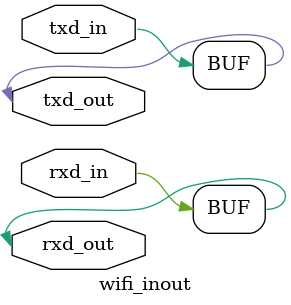
<source format=v>
`timescale 1ns / 1ps
module wifi_inout(txd_in,rxd_in,txd_out,rxd_out
    );
	 inout rxd_in;
	 inout txd_in;
	 inout rxd_out;
	 inout txd_out;
	 
	 assign rxd_in=rxd_out;
	 
	 assign txd_out=txd_in;
	 


endmodule

</source>
